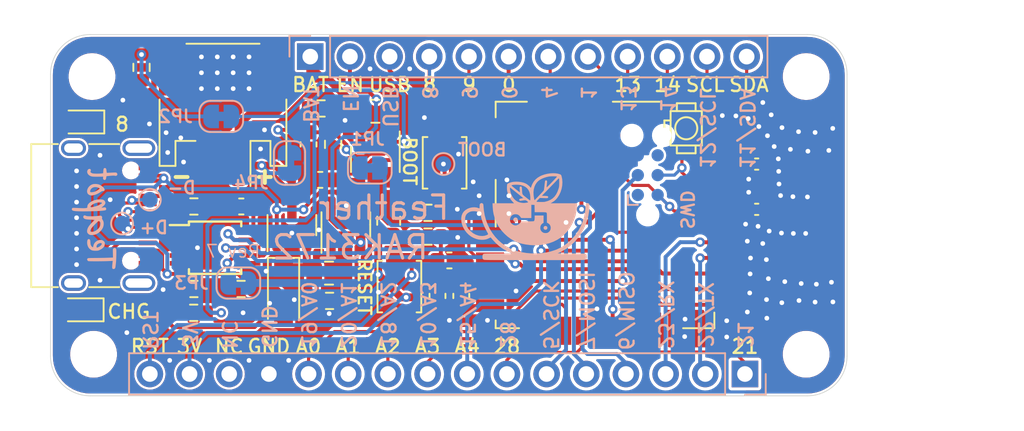
<source format=kicad_pcb>
(kicad_pcb (version 20211014) (generator pcbnew)
  (title_block (title "Feather RAK3172") (date "2023-02-10") (rev "7") (company "Teapot Laboratories"))
  (layers (0 "F.Cu" signal) (31 "B.Cu" signal) (34 "B.Paste" user) (35 "F.Paste" user) (36 "B.SilkS" user "B.Silkscreen") (37 "F.SilkS" user "F.Silkscreen") (38 "B.Mask" user) (39 "F.Mask" user) (44 "Edge.Cuts" user))
  (net 0 "")
  (net 1 "GND")
  (net 2 "+3.3V")
  (net 3 "/RF")
  (net 4 "/MISO")
  (net 5 "/MOSI")
  (net 6 "/SCK")
  (net 7 "/A4")
  (net 8 "/A3")
  (net 9 "/A2")
  (net 10 "/A1")
  (net 11 "/A0")
  (net 12 "VBUS")
  (net 13 "/RST")
  (net 14 "+BATT")
  (net 15 "/EN")
  (net 16 "Net-(C9-Pad2)")
  (net 17 "Net-(C11-Pad1)")
  (net 18 "Net-(D1-Pad1)")
  (net 19 "Net-(D2-Pad1)")
  (net 20 "/TXD")
  (net 21 "/RXD")
  (net 22 "/SCL")
  (net 23 "/SDA")
  (net 25 "Net-(J3-PadA5)")
  (net 26 "/D+")
  (net 27 "/D-")
  (net 29 "Net-(J3-PadB5)")
  (net 33 "Net-(R5-Pad1)")
  (net 34 "Net-(R6-Pad1)")
  (net 35 "/BOOT0")
  (net 36 "/RXD2")
  (net 37 "/TXD2")
  (net 42 "/PA14")
  (net 43 "/PA13")
  (net 44 "/PA8")
  (net 45 "/PB12")
  (net 46 "/PB5")
  (net 47 "/PA1")
  (net 48 "/PA4")
  (net 49 "/PA0")
  (net 50 "/PA9")
  (net 51 "/CH340_PWR")
  (net 52 "Net-(JP2-Pad1)")
  (net 53 "Net-(JP4-Pad1)")
  (net 55 "Net-(C5-Pad2)")
  (footprint "Inductor_SMD:L_0402_1005Metric" (layer "F.Cu") (at 162.4946 100.5098 -90)
    (fp_text reference "L1")
    (fp_text value "? H")
  )
  (footprint "Capacitor_SMD:C_0402_1005Metric" (layer "F.Cu") (at 162.04 101.96)
    (fp_text reference "C5")
    (fp_text value "? F")
  )
  (footprint "Resistor_SMD:R_0603_1608Metric" (layer "F.Cu") (at 129.032 107.061 180)
    (fp_text reference "R7")
    (fp_text value "10K")
  )
  (footprint "Button_Switch_SMD:SW_SPST_B3U-1000P" (layer "F.Cu") (at 139.1666 106.9068 90)
    (fp_text reference "SW1")
    (fp_text value "RESET")
  )
  (footprint "Capacitor_SMD:C_0603_1608Metric" (layer "F.Cu") (at 133.35 97.803 -90)
    (fp_text reference "C11")
    (fp_text value "100nF")
  )
  (footprint "Teapot:USB_C_Receptacle_XKB_U262-16XN-4BVC11" (layer "F.Cu") (at 119.38 102.362 -90)
    (fp_text reference "J3")
    (fp_text value "USB_C_Receptacle_USB2.0")
  )
  (footprint "Capacitor_SMD:C_0603_1608Metric" (layer "F.Cu") (at 134.099 100.076 180)
    (fp_text reference "C6")
    (fp_text value "10uF")
  )
  (footprint "Resistor_SMD:R_0603_1608Metric" (layer "F.Cu") (at 126.0094 101.7778)
    (fp_text reference "R3")
    (fp_text value "5.1K")
  )
  (footprint "Package_TO_SOT_SMD:SOT-23" (layer "F.Cu") (at 132.2832 102.9716 90)
    (fp_text reference "Q1")
    (fp_text value "DMG341")
  )
  (footprint "LED_SMD:LED_0603_1608Metric" (layer "F.Cu") (at 118.745 108.3945 180)
    (fp_text reference "D2")
    (fp_text value "ORANGE")
  )
  (footprint "Teapot:JST_PH_S2B-PH-SM4-TB_1x02-1MP_P2.00mm_Horizontal" (layer "F.Cu") (at 127.8709 95.8699 180)
    (fp_text reference "J6")
    (fp_text value "JST-2PH")
  )
  (footprint "Capacitor_SMD:C_0603_1608Metric" (layer "F.Cu") (at 129.0444 101.7778 180)
    (fp_text reference "C7")
    (fp_text value "100nF")
  )
  (footprint "Teapot:RAK3172" (layer "F.Cu") (at 144.8296 94.5716 -90)
    (fp_text reference "U1")
    (fp_text value "RAK3172")
  )
  (footprint "Package_TO_SOT_SMD:SOT-23-5" (layer "F.Cu") (at 137.6274 98.7751 -90)
    (fp_text reference "U3")
    (fp_text value "MCP73831T-2ACI/OT")
  )
  (footprint "Capacitor_SMD:C_0805_2012Metric" (layer "F.Cu") (at 134.6606 106.045 180)
    (fp_text reference "C9")
    (fp_text value "10uF")
  )
  (footprint "Capacitor_SMD:C_0603_1608Metric" (layer "F.Cu") (at 142.367 105.2322 180)
    (fp_text reference "C4")
    (fp_text value "100nF")
  )
  (footprint "Button_Switch_SMD:SW_SPST_B3U-1000P" (layer "F.Cu") (at 142.0622 98.9838 90)
    (fp_text reference "SW2")
    (fp_text value "BOOT")
  )
  (footprint "Capacitor_SMD:C_0603_1608Metric" (layer "F.Cu") (at 143.129 107.5058 -90)
    (fp_text reference "C1")
    (fp_text value "100nF")
  )
  (footprint "Teapot:SMA_HJTech_023" (layer "F.Cu") (at 168.9735 102.362 180)
    (fp_text reference "J4")
    (fp_text value "915MHz SMA")
  )
  (footprint "Capacitor_SMD:C_0402_1005Metric" (layer "F.Cu") (at 162.04 99.0644)
    (fp_text reference "C2")
    (fp_text value "? F")
  )
  (footprint "Resistor_SMD:R_0603_1608Metric" (layer "F.Cu") (at 122.6566 92.8756 -90)
    (fp_text reference "R2")
    (fp_text value "1K")
  )
  (footprint "Capacitor_SMD:C_0805_2012Metric" (layer "F.Cu") (at 137.6274 95.6818 180)
    (fp_text reference "C8")
    (fp_text value "10uF")
  )
  (footprint "Resistor_SMD:R_0603_1608Metric" (layer "F.Cu") (at 134.1506 95.504)
    (fp_text reference "R9")
    (fp_text value "4.7M")
  )
  (footprint "Package_TO_SOT_SMD:SOT-23-5" (layer "F.Cu") (at 135.7376 102.9462 90)
    (fp_text reference "U4")
    (fp_text value "AP2112K-3.3")
  )
  (footprint "MountingHole:MountingHole_2.5mm" (layer "F.Cu") (at 165.207849 93.460349)
    (fp_text reference "H2")
    (fp_text value "MountingHole")
  )
  (footprint "Resistor_SMD:R_0603_1608Metric" (layer "F.Cu") (at 140.9954 102.1842)
    (fp_text reference "R5")
    (fp_text value "5.1K")
  )
  (footprint "MountingHole:MountingHole_2.5mm" (layer "F.Cu") (at 165.207849 111.240349)
    (fp_text reference "H4")
    (fp_text value "MountingHole")
  )
  (footprint "Diode_SMD:D_SOD-123" (layer "F.Cu") (at 131.7498 107.315 -90)
    (fp_text reference "D3")
    (fp_text value "B5819W")
  )
  (footprint "Resistor_SMD:R_0603_1608Metric" (layer "F.Cu") (at 125.9972 108.585 180)
    (fp_text reference "R6")
    (fp_text value "1K")
  )
  (footprint "Capacitor_SMD:C_0603_1608Metric" (layer "F.Cu") (at 141.605 107.5058 -90)
    (fp_text reference "C3")
    (fp_text value "10uF")
  )
  (footprint "Capacitor_SMD:C_0805_2012Metric" (layer "F.Cu") (at 138.4808 102.6922 -90)
    (fp_text reference "C10")
    (fp_text value "10uF")
  )
  (footprint "MountingHole:MountingHole_2.5mm" (layer "F.Cu") (at 119.587849 111.240349)
    (fp_text reference "H3")
    (fp_text value "MountingHole")
  )
  (footprint "Package_SO:MSOP-10_3x3mm_P0.5mm" (layer "F.Cu") (at 127.368 104.4194)
    (fp_text reference "U2")
    (fp_text value "CH340E")
  )
  (footprint "Resistor_SMD:R_0603_1608Metric" (layer "F.Cu") (at 140.9954 103.7082)
    (fp_text reference "R1")
    (fp_text value "1K")
  )
  (footprint "MountingHole:MountingHole_2.5mm" (layer "F.Cu") (at 119.487849 93.460349)
    (fp_text reference "H1")
    (fp_text value "MountingHole")
  )
  (footprint "Resistor_SMD:R_0603_1608Metric" (layer "F.Cu") (at 134.6962 107.823 180)
    (fp_text reference "R8")
    (fp_text value "10K")
  )
  (footprint "Resistor_SMD:R_0603_1608Metric" (layer "F.Cu") (at 126.0094 107.061)
    (fp_text reference "R4")
    (fp_text value "5.1K")
  )
  (footprint "LED_SMD:LED_0603_1608Metric" (layer "F.Cu") (at 118.7865 96.3695 180)
    (fp_text reference "D1")
    (fp_text value "BLUE")
  )
  (footprint "Resistor_SMD:R_0603_1608Metric" (layer "F.Cu") (at 134.9248 97.8022 -90)
    (fp_text reference "R10")
    (fp_text value "10M")
  )
  (footprint "Connector_PinHeader_2.54mm:PinHeader_1x12_P2.54mm_Vertical" (layer "B.Cu") (at 133.458949 92.183949 -90)
    (fp_text reference "J2")
    (fp_text value "Pin Header")
  )
  (footprint "Jumper:SolderJumper-2_P1.3mm_Bridged_RoundedPad1.0x1.5mm" (layer "B.Cu") (at 128.8542 106.68)
    (fp_text reference "JP3")
    (fp_text value "ENCH340")
  )
  (footprint "Teapot:TeapotLogo" (layer "B.Cu") (at 147.701 102.362 180)
    (fp_text reference "G***")
    (fp_text value "LOGO" hide)
  )
  (footprint "TestPoint:TestPoint_Pad_D1.0mm" (layer "B.Cu") (at 141.986 99.06 90)
    (fp_text reference "TP1")
    (fp_text value "BOOT")
  )
  (footprint "TestPoint:TestPoint_Pad_D1.0mm" (layer "B.Cu") (at 123.19 101.346 180)
    (fp_text reference "TP3")
    (fp_text value "D-")
  )
  (footprint "Jumper:SolderJumper-2_P1.3mm_Bridged_RoundedPad1.0x1.5mm" (layer "B.Cu") (at 137.272 99.314)
    (fp_text reference "JP1")
    (fp_text value "ENBATTMON")
  )
  (footprint "Jumper:SolderJumper-2_P1.3mm_Bridged_RoundedPad1.0x1.5mm" (layer "B.Cu") (at 127.762 96.012)
    (fp_text reference "JP2")
    (fp_text value "ENLED")
  )
  (footprint "Jumper:SolderJumper-2_P1.3mm_Bridged_RoundedPad1.0x1.5mm" (layer "B.Cu") (at 132.1308 98.9942 -90)
    (fp_text reference "JP4")
    (fp_text value "ENBATTMON")
  )
  (footprint "Connector_PinHeader_2.54mm:PinHeader_1x16_P2.54mm_Vertical" (layer "B.Cu") (at 161.29 112.503949 90)
    (fp_text reference "J1")
    (fp_text value "Pin Header")
  )
  (footprint "Teapot:TextLogo_Teapot" (layer "B.Cu") (at 119.634 102.362 90)
    (fp_text reference "G***")
    (fp_text value "LOGO" hide)
  )
  (footprint "TestPoint:TestPoint_Pad_D1.0mm" (layer "B.Cu") (at 121.412 102.87 180)
    (fp_text reference "TP2")
    (fp_text value "D+")
  )
  (footprint "Connector:Tag-Connect_TC2030-IDC-NL_2x03_P1.27mm_Vertical" (layer "B.Cu") (at 155.067 99.7712 90)
    (fp_text reference "J5")
    (fp_text value "SWD")
  )
  (gr_arc (start 165.285149 90.772251) (mid 167.081151 91.51622) (end 167.825149 93.312251) (layer "Edge.Cuts") (width 0.05))
  (gr_line (start 119.372651 90.772251) (end 165.285149 90.772251) (layer "Edge.Cuts") (width 0.05))
  (gr_line (start 116.832651 111.360949) (end 116.832651 93.312251) (layer "Edge.Cuts") (width 0.05))
  (gr_line (start 167.825149 93.312251) (end 167.825149 111.360949) (layer "Edge.Cuts") (width 0.05))
  (gr_arc (start 116.832651 93.312251) (mid 117.576585 91.516185) (end 119.372651 90.772251) (layer "Edge.Cuts") (width 0.05))
  (gr_arc (start 167.825149 111.360949) (mid 167.081186 113.156986) (end 165.285149 113.900949) (layer "Edge.Cuts") (width 0.05))
  (gr_arc (start 119.372651 113.900949) (mid 117.576551 113.157021) (end 116.832651 111.360949) (layer "Edge.Cuts") (width 0.05))
  (gr_line (start 165.285149 113.900949) (end 119.372651 113.900949) (layer "Edge.Cuts") (width 0.05))
  (gr_text "RAK3172" (at 136.017 104.394) (layer "B.SilkS") (effects (font (size 1.5 1.5) (thickness 0.2)) (justify mirror)))
  (gr_text "14" (at 156.337 94.869 -90) (layer "B.SilkS") (effects (font (size 0.89408 0.89408)) (justify mirror)))
  (gr_text "NC" (at 128.27 109.982 270) (layer "B.SilkS") (effects (font (size 0.89408 0.89408)) (justify mirror)))
  (gr_text "11/SDA" (at 161.417 96.774 -90) (layer "B.SilkS") (effects (font (size 0.89408 0.89408)) (justify mirror)))
  (gr_text "0" (at 146.177 94.488 -90) (layer "B.SilkS") (effects (font (size 0.89408 0.89408)) (justify mirror)))
  (gr_text "SWD" (at 157.5816 101.981 270) (layer "B.SilkS") (effects (font (size 0.8 0.8)) (justify mirror)))
  (gr_text "EN" (at 136.017 94.869 270) (layer "B.SilkS") (effects (font (size 0.89408 0.89408)) (justify mirror)))
  (gr_text "12/SCL" (at 158.877 96.774 -90) (layer "B.SilkS") (effects (font (size 0.89408 0.89408)) (justify mirror)))
  (gr_text "1" (at 151.257 94.488 270) (layer "B.SilkS") (effects (font (size 0.89408 0.89408)) (justify mirror)))
  (gr_text "GND" (at 130.81 109.474 270) (layer "B.SilkS") (effects (font (size 0.89408 0.89408)) (justify mirror)))
  (gr_text "5/SCK" (at 148.844 108.712 270) (layer "B.SilkS") (effects (font (size 0.89408 0.89408)) (justify mirror)))
  (gr_text "15/A4" (at 143.51 108.712 270) (layer "B.SilkS") (effects (font (size 0.89408 0.89408)) (justify mirror)))
  (gr_text "3V" (at 125.73 109.982 270) (layer "B.SilkS") (effects (font (size 0.89408 0.89408)) (justify mirror)))
  (gr_text "7/MOSI" (at 151.13 108.458 270) (layer "B.SilkS") (effects (font (size 0.89408 0.89408)) (justify mirror)))
  (gr_text "28" (at 146.0796 109.982 270) (layer "B.SilkS") (effects (font (size 0.89408 0.89408)) (justify mirror)))
  (gr_text "6/MISO" (at 153.67 108.458 270) (layer "B.SilkS") (effects (font (size 0.89408 0.89408)) (justify mirror)))
  (gr_text "Feather" (at 138.176 101.854) (layer "B.SilkS") (effects (font (size 1.5 1.5) (thickness 0.2)) (justify mirror)))
  (gr_text "BAT" (at 133.477 95.25 270) (layer "B.SilkS") (effects (font (size 0.89408 0.89408)) (justify mirror)))
  (gr_text "Rev 7" (at 128.524 104.648) (layer "B.SilkS") (effects (font (size 0.8 0.8) (thickness 0.1)) (justify mirror)))
  (gr_text "20/A1" (at 135.89 108.712 270) (layer "B.SilkS") (effects (font (size 0.89408 0.89408)) (justify mirror)))
  (gr_text "13" (at 153.797 94.869 270) (layer "B.SilkS") (effects (font (size 0.89408 0.89408)) (justify mirror)))
  (gr_text "19/A0" (at 133.35 108.712 270) (layer "B.SilkS") (effects (font (size 0.89408 0.89408)) (justify mirror)))
  (gr_text "22/TX" (at 158.75 108.712 270) (layer "B.SilkS") (effects (font (size 0.89408 0.89408)) (justify mirror)))
  (gr_text "USB" (at 138.557 95.377 270) (layer "B.SilkS") (effects (font (size 0.89408 0.89408)) (justify mirror)))
  (gr_text "8" (at 141.097 94.488 270) (layer "B.SilkS") (effects (font (size 0.89408 0.89408)) (justify mirror)))
  (gr_text "18/A2" (at 138.43 108.712 270) (layer "B.SilkS") (effects (font (size 0.89408 0.89408)) (justify mirror)))
  (gr_text "9" (at 143.637 94.488 -90) (layer "B.SilkS") (effects (font (size 0.89408 0.89408)) (justify mirror)))
  (gr_text "RST" (at 123.19 109.728 270) (layer "B.SilkS") (effects (font (size 0.89408 0.89408)) (justify mirror)))
  (gr_text "23/RX" (at 156.21 108.712 270) (layer "B.SilkS") (effects (font (size 0.89408 0.89408)) (justify mirror)))
  (gr_text "4" (at 148.717 94.488 270) (layer "B.SilkS") (effects (font (size 0.89408 0.89408)) (justify mirror)))
  (gr_text "21" (at 161.29 109.982 -90) (layer "B.SilkS") (effects (font (size 0.89408 0.89408)) (justify mirror)))
  (gr_text "10/A3" (at 140.97 108.712 270) (layer "B.SilkS") (effects (font (size 0.89408 0.89408)) (justify mirror)))
  (gr_text "8" (at 141.097 93.98) (layer "F.SilkS") (effects (font (size 0.89408 0.89408))))
  (gr_text "0" (at 146.177 93.98) (layer "F.SilkS") (effects (font (size 0.89408 0.89408))))
  (gr_text "A0" (at 133.35 110.744) (layer "F.SilkS") (effects (font (size 0.89408 0.89408))))
  (gr_text "BAT" (at 133.477 93.98) (layer "F.SilkS") (effects (font (size 0.89408 0.89408))))
  (gr_text "9" (at 143.637 93.98) (layer "F.SilkS") (effects (font (size 0.89408 0.89408))))
  (gr_text "28" (at 146.05 110.744) (layer "F.SilkS") (effects (font (size 0.89408 0.89408))))
  (gr_text "SCL" (at 158.75 93.98) (layer "F.SilkS") (effects (font (size 0.89408 0.89408))))
  (gr_text "NC" (at 128.27 110.744) (layer "F.SilkS") (effects (font (size 0.89408 0.89408))))
  (gr_text "RESET" (at 136.9314 106.934 270) (layer "F.SilkS") (effects (font (size 0.8 0.8))))
  (gr_text "EN" (at 136.017 93.98) (layer "F.SilkS") (effects (font (size 0.89408 0.89408))))
  (gr_text "21" (at 161.29 110.744) (layer "F.SilkS") (effects (font (size 0.89408 0.89408))))
  (gr_text "-" (at 125.222 99.822) (layer "F.SilkS") (effects (font (size 1 1) (thickness 0.25))))
  (gr_text "SDA" (at 161.544 93.98) (layer "F.SilkS") (effects (font (size 0.89408 0.89408))))
  (gr_text "8" (at 121.412 96.52) (layer "F.SilkS") (effects (font (size 0.89408 0.89408))))
  (gr_text "13" (at 153.797 93.98) (layer "F.SilkS") (effects (font (size 0.89408 0.89408))))
  (gr_text "A3" (at 140.97 110.744) (layer "F.SilkS") (effects (font (size 0.89408 0.89408))))
  (gr_text "GND" (at 130.81 110.744) (layer "F.SilkS") (effects (font (size 0.89408 0.89408))))
  (gr_text "3V" (at 125.73 110.744) (layer "F.SilkS") (effects (font (size 0.89408 0.89408))))
  (gr_text "A1" (at 135.89 110.744) (layer "F.SilkS") (effects (font (size 0.89408 0.89408))))
  (gr_text "USB" (at 138.557 93.98) (layer "F.SilkS") (effects (font (size 0.89408 0.89408))))
  (gr_text "A4" (at 143.51 110.744) (layer "F.SilkS") (effects (font (size 0.89408 0.89408))))
  (gr_text "A2" (at 138.43 110.744) (layer "F.SilkS") (effects (font (size 0.89408 0.89408))))
  (gr_text "BOOT" (at 139.827 98.8822 270) (layer "F.SilkS") (effects (font (size 0.8 0.8))))
  (gr_text "CHG" (at 121.8438 108.5088) (layer "F.SilkS") (effects (font (size 0.89408 0.89408))))
  (gr_text "RST" (at 123.19 110.744) (layer "F.SilkS") (effects (font (size 0.89408 0.89408))))
  (gr_text "+" (at 130.556 99.822) (layer "F.SilkS") (effects (font (size 1 1) (thickness 0.25))))
  (gr_text "14" (at 156.337 93.98) (layer "F.SilkS") (effects (font (size 0.89408 0.89408))))
  (segment (start 151.8196 109.7366) (end 151.8196 108.3348) (width 0.5) (layer "F.Cu") (net 1))
  (segment (start 151.8196 108.3348) (end 151.8158 108.331) (width 0.5) (layer "F.Cu") (net 1))
  (via (at 160.1216 110.1344) (size 0.6) (drill 0.3) (layers "F.Cu" "B.Cu") (net 1))
  (via (at 130.5306 96.8756) (size 0.6) (drill 0.3) (layers "F.Cu" "B.Cu") (net 1))
  (via (at 124.2314 97.0534) (size 0.6) (drill 0.3) (layers "F.Cu" "B.Cu") (net 1))
  (via (at 129.54 94.234) (size 0.6) (drill 0.3) (layers "F.Cu" "B.Cu") (net 1))
  (via (at 121.4628 94.9706) (size 0.6) (drill 0.3) (layers "F.Cu" "B.Cu") (net 1))
  (via (at 127.508 94.234) (size 0.6) (drill 0.3) (layers "F.Cu" "B.Cu") (net 1))
  (via (at 130.2766 98.0948) (size 0.6) (drill 0.3) (layers "F.Cu" "B.Cu") (net 1))
  (via (at 165.78 107.9) (size 0.6) (drill 0.3) (layers "F.Cu" "B.Cu") (net 1))
  (via (at 125.349 98.933) (size 0.6) (drill 0.3) (layers "F.Cu" "B.Cu") (net 1))
  (via (at 163.45 99.53) (size 0.6) (drill 0.3) (layers "F.Cu" "B.Cu") (net 1))
  (via (at 129.159 108.585) (size 0.6) (drill 0.3) (layers "F.Cu" "B.Cu") (net 1))
  (via (at 130.8608 107.9754) (size 0.6) (drill 0.3) (layers "F.Cu" "B.Cu") (net 1))
  (via (at 146.177 102.235) (size 0.6) (drill 0.3) (layers "F.Cu" "B.Cu") (net 1))
  (via (at 142.367 109.0676) (size 0.6) (drill 0.3) (layers "F.Cu" "B.Cu") (net 1))
  (via (at 124.04 107.1) (size 0.6) (drill 0.3) (layers "F.Cu" "B.Cu") (net 1))
  (via (at 164.72 96.99) (size 0.6) (drill 0.3) (layers "F.Cu" "B.Cu") (net 1))
  (via (at 128.524 94.234) (size 0.6) (drill 0.3) (layers "F.Cu" "B.Cu") (net 1))
  (via (at 165.29 101.1682) (size 0.6) (drill 0.3) (layers "F.Cu" "B.Cu") (net 1))
  (via (at 120 98.5) (size 0.6) (drill 0.3) (layers "F.Cu" "B.Cu") (net 1))
  (via (at 123.1646 96.4946) (size 0.6) (drill 0.3) (layers "F.Cu" "B.Cu") (net 1))
  (via (at 132.2832 103.4796) (size 0.6) (drill 0.3) (layers "F.Cu" "B.Cu") (net 1))
  (via (at 163.65 107.94) (size 0.6) (drill 0.3) (layers "F.Cu" "B.Cu") (net 1))
  (via (at 151.8158 108.331) (size 0.6) (drill 0.3) (layers "F.Cu" "B.Cu") (net 1))
  (via (at 160.1216 109.093) (size 0.6) (drill 0.3) (layers "F.Cu" "B.Cu") (net 1))
  (via (at 125.1712 97.3836) (size 0.6) (drill 0.3) (layers "F.Cu" "B.Cu") (net 1))
  (via (at 118.5 100.5) (size 0.6) (drill 0.3) (layers "F.Cu" "B.Cu") (net 1))
  (via (at 163.16 97.94) (size 0.6) (drill 0.3) (layers "F.Cu" "B.Cu") (net 1))
  (via (at 143.891 100.203) (size 0.6) (drill 0.3) (layers "F.Cu" "B.Cu") (net 1))
  (via (at 144.272 102.235) (size 0.6) (drill 0.3) (layers "F.Cu" "B.Cu") (net 1))
  (via (at 163.6268 103.4796) (size 0.6) (drill 0.3) (layers "F.Cu" "B.Cu") (net 1))
  (via (at 128.524 92.202) (size 0.6) (drill 0.3) (layers "F.Cu" "B.Cu") (net 1))
  (via (at 132.4356 107.7468) (size 0.6) (drill 0.3) (layers "F.Cu" "B.Cu") (net 1))
  (via (at 166.91 96.78) (size 0.6) (drill 0.3) (layers "F.Cu" "B.Cu") (net 1))
  (via (at 126.492 93.218) (size 0.6) (drill 0.3) (layers "F.Cu" "B.Cu") (net 1))
  (via (at 120 106.5) (size 0.6) (drill 0.3) (layers "F.Cu" "B.Cu") (net 1))
  (via (at 162.97 95.91) (size 0.6) (drill 0.3) (layers "F.Cu" "B.Cu") (net 1))
  (via (at 127 111.633) (size 0.6) (drill 0.3) (layers "F.Cu" "B.Cu") (net 1))
  (via (at 129.54 111.633) (size 0.6) (drill 0.3) (layers "F.Cu" "B.Cu") (net 1))
  (via (at 164.36 101.15) (size 0.6) (drill 0.3) (layers "F.Cu" "B.Cu") (net 1))
  (via (at 128.524 93.218) (size 0.6) (drill 0.3) (layers "F.Cu" "B.Cu") (net 1))
  (via (at 163.84 106.59) (size 0.6) (drill 0.3) (layers "F.Cu" "B.Cu") (net 1))
  (via (at 164.75 107.8) (size 0.6) (drill 0.3) (layers "F.Cu" "B.Cu") (net 1))
  (via (at 129.54 92.202) (size 0.6) (drill 0.3) (layers "F.Cu" "B.Cu") (net 1))
  (via (at 162.6616 105.1814) (size 0.6) (drill 0.3) (layers "F.Cu" "B.Cu") (net 1))
  (via (at 166.92 107.89) (size 0.6) (drill 0.3) (layers "F.Cu" "B.Cu") (net 1))
  (via (at 157.4546 108.9914) (size 0.6) (drill 0.3) (layers "F.Cu" "B.Cu") (net 1))
  (via (at 135.763 101.727) (size 0.6) (drill 0.3) (layers "F.Cu" "B.Cu") (net 1))
  (via (at 124.333 98.3234) (size 0.6) (drill 0.3) (layers "F.Cu" "B.Cu") (net 1))
  (via (at 163.47 100.34) (size 0.6) (drill 0.3) (layers "F.Cu" "B.Cu") (net 1))
  (via (at 160.71 95.98) (size 0.6) (drill 0.3) (layers "F.Cu" "B.Cu") (net 1))
  (via (at 163.4236 98.7298) (size 0.6) (drill 0.3) (layers "F.Cu" "B.Cu") (net 1))
  (via (at 134.0104 103.2764) (size 0.6) (drill 0.3) (layers "F.Cu" "B.Cu") (net 1))
  (via (at 137.287 92.964) (size 0.6) (drill 0.3) (layers "F.Cu" "B.Cu") (net 1))
  (via (at 135.6868 96.266) (size 0.6) (drill 0.3) (layers "F.Cu" "B.Cu") (net 1))
  (via (at 163.66 96.73) (size 0.6) (drill 0.3) (layers "F.Cu" "B.Cu") (net 1))
  (via (at 118.5 104.5) (size 0.6) (drill 0.3) (layers "F.Cu" "B.Cu") (net 1))
  (via (at 164.89 106.71) (size 0.6) (drill 0.3) (layers "F.Cu" "B.Cu") (net 1))
  (via (at 161.5948 107.315) (size 0.6) (drill 0.3) (layers "F.Cu" "B.Cu") (net 1))
  (via (at 162.73 97.25) (size 0.6) (drill 0.3) (layers "F.Cu" "B.Cu") (net 1))
  (via (at 126.492 94.234) (size 0.6) (drill 0.3) (layers "F.Cu" "B.Cu") (net 1))
  (via (at 120.65 101.346) (size 0.6) (drill 0.3) (layers "F.Cu" "B.Cu") (net 1))
  (via (at 121.7168 109.855) (size 0.6) (drill 0.3) (layers "F.Cu" "B.Cu") (net 1))
  (via (at 161.6202 106.0958) (size 0.6) (drill 0.3) (layers "F.Cu" "B.Cu") (net 1))
  (via (at 126.492 92.202) (size 0.6) (drill 0.3) (layers "F.Cu" "B.Cu") (net 1))
  (via (at 163.57 101.08) (size 0.6) (drill 0.3) (layers "F.Cu" "B.Cu") (net 1))
  (via (at 162.69 108.93) (size 0.6) (drill 0.3) (layers "F.Cu" "B.Cu") (net 1))
  (via (at 161.5294 100.8678) (size 0.6) (drill 0.3) (layers "F.Cu" "B.Cu") (net 1))
  (via (at 146.6342 107.188) (size 0.6) (drill 0.3) (layers "F.Cu" "B.Cu") (net 1))
  (via (at 137.8204 107.2642) (size 0.6) (drill 0.3) (layers "F.Cu" "B.Cu") (net 1))
  (via (at 162.67 107.74) (size 0.6) (drill 0.3) (layers "F.Cu" "B.Cu") (net 1))
  (via (at 126.238 104.4194) (size 0.6) (drill 0.3) (layers "F.Cu" "B.Cu") (net 1))
  (via (at 164.3888 103.505) (size 0.6) (drill 0.3) (layers "F.Cu" "B.Cu") (net 1))
  (via (at 164.2 98.12) (size 0.6) (drill 0.3) (layers "F.Cu" "B.Cu") (net 1))
  (via (at 118.5 103.5) (size 0.6) (drill 0.3) (layers "F.Cu" "B.Cu") (net 1))
  (via (at 161.4424 108.5342) (size 0.6) (drill 0.3) (layers "F.Cu" "B.Cu") (net 1))
  (via (at 124.46 111.633) (size 0.6) (drill 0.3) (layers "F.Cu" "B.Cu") (net 1))
  (via (at 142.875 101.9556) (size 0.6) (drill 0.3) (layers "F.Cu" "B.Cu") (net 1))
  (via (at 142.9512 98.425) (size 0.6) (drill 0.3) (layers "F.Cu" "B.Cu") (net 1))
  (via (at 118.5 102.5) (size 0.6) (drill 0.3) (layers "F.Cu" "B.Cu") (net 1))
  (via (at 134.6708 108.6358) (size 0.6) (drill 0.3) (layers "F.Cu" "B.Cu") (net 1))
  (via (at 129.54 93.218) (size 0.6) (drill 0.3) (layers "F.Cu" "B.Cu") (net 1))
  (via (at 118.5 99.5) (size 0.6) (drill 0.3) (layers "F.Cu" "B.Cu") (net 1))
  (via (at 165.1762 103.505) (size 0.6) (drill 0.3) (layers "F.Cu" "B.Cu") (net 1))
  (via (at 144.272 101.092) (size 0.6) (drill 0.3) (layers "F.Cu" "B.Cu") (net 1))
  (via (at 162.8394 103.3526) (size 0.6) (drill 0.3) (layers "F.Cu" "B.Cu") (net 1))
  (via (at 166.8272 106.6292) (size 0.6) (drill 0.3) (layers "F.Cu" "B.Cu") (net 1))
  (via (at 127.508 93.218) (size 0.6) (drill 0.3) (layers "F.Cu" "B.Cu") (net 1))
  (via (at 157.4292 110.109) (size 0.6) (drill 0.3) (layers "F.Cu" "B.Cu") (net 1))
  (via (at 139.827 92.964) (size 0.6) (drill 0.3) (layers "F.Cu" "B.Cu") (net 1))
  (via (at 165.862 106.7562) (size 0.6) (drill 0.3) (layers "F.Cu" "B.Cu") (net 1))
  (via (at 162.18 96.66) (size 0.6) (drill 0.3) (layers "F.Cu" "B.Cu") (net 1))
  (via (at 142.9004 103.759) (size 0.6) (drill 0.3) (layers "F.Cu" "B.Cu") (net 1))
  (via (at 161.5294 100.0296) (size 0.6) (drill 0.3) (layers "F.Cu" "B.Cu") (net 1))
  (via (at 161.33 102.91) (size 0.6) (drill 0.3) (layers "F.Cu" "B.Cu") (net 1))
  (via (at 161.6456 105.0798) (size 0.6) (drill 0.3) (layers "F.Cu" "B.Cu") (net 1))
  (via (at 118.5 105.5) (size 0.6) (drill 0.3) (layers "F.Cu" "B.Cu") (net 1))
  (via (at 161.5 96.15) (size 0.6) (drill 0.3) (layers "F.Cu" "B.Cu") (net 1))
  (via (at 132.08 111.633) (size 0.6) (drill 0.3) (layers "F.Cu" "B.Cu") (net 1))
  (via (at 159.84 95.96) (size 0.6) (drill 0.3) (layers "F.Cu" "B.Cu") (net 1))
  (via (at 130.6322 105.918) (size 0.6) (drill 0.3) (layers "F.Cu" "B.Cu") (net 1))
  (via (at 146.177 101.092) (size 0.6) (drill 0.3) (layers "F.Cu" "B.Cu") (net 1))
  (via (at 146.05 100.076) (size 0.6) (drill 0.3) (layers "F.Cu" "B.Cu") (net 1))
  (via (at 162.43 104.15) (size 0.6) (drill 0.3) (layers "F.Cu" "B.Cu") (net 1))
  (via (at 162.7886 106.4006) (size 0.6) (drill 0.3) (layers "F.Cu" "B.Cu") (net 1))
  (via (at 127.508 92.202) (size 0.6) (drill 0.3) (layers "F.Cu" "B.Cu") (net 1))
  (via (at 165.78 97.04) (size 0.6) (drill 0.3) (layers "F.Cu" "B.Cu") (net 1))
  (via (at 162.433 95.123) (size 0.6) (drill 0.3) (layers "F.Cu" "B.Cu") (net 1))
  (via (at 165.32 98.24) (size 0.6) (drill 0.3) (layers "F.Cu" "B.Cu") (net 1))
  (via (at 140.7668 96.0882) (size 0.6) (drill 0.3) (layers "F.Cu" "B.Cu") (net 1))
  (via (at 118.5 101.5) (size 0.6) (drill 0.3) (layers "F.Cu" "B.Cu") (net 1))
  (via (at 166.66 98.19) (size 0.6) (drill 0.3) (layers "F.Cu" "B.Cu") (net 1))
  (via (at 162.1282 103.0478) (size 0.6) (drill 0.3) (layers "F.Cu" "B.Cu") (net 1))
  (via (at 161.44 104) (size 0.6) (drill 0.3) (layers "F.Cu" "B.Cu") (net 1))
  (via (at 144.8054 109.0676) (size 0.6) (drill 0.3) (layers "F.Cu" "B.Cu") (net 1))
  (segment (start 143.129 108.2808) (end 144.7654 108.2808) (width 0.5) (layer "F.Cu") (net 2))
  (segment (start 137.8102 102.9716) (end 137.8102 106.1364) (width 0.5) (layer "F.Cu") (net 2))
  (segment (start 134.7876 102.4788) (end 135.2804 102.9716) (width 0.5) (layer "F.Cu") (net 2))
  (segment (start 139.5984 107.5944) (end 140.9186 107.5944) (width 0.5) (layer "F.Cu") (net 2))
  (segment (start 138.5468 103.7082) (end 138.4808 103.6422) (width 0.5) (layer "F.Cu") (net 2))
  (segment (start 135.2804 102.9716) (end 137.8102 102.9716) (width 0.5) (layer "F.Cu") (net 2))
  (segment (start 137.8102 106.1364) (end 139.2682 107.5944) (width 0.5) (layer "F.Cu") (net 2))
  (segment (start 141.605 108.2808) (end 143.129 108.2808) (width 0.5) (layer "F.Cu") (net 2))
  (segment (start 139.2682 107.5944) (end 139.5984 107.5944) (width 0.5) (layer "F.Cu") (net 2))
  (segment (start 137.8102 102.9716) (end 138.4808 103.6422) (width 0.5) (layer "F.Cu") (net 2))
  (segment (start 140.9186 107.5944) (end 141.605 108.2808) (width 0.5) (layer "F.Cu") (net 2))
  (segment (start 140.1704 103.7082) (end 138.5468 103.7082) (width 0.5) (layer "F.Cu") (net 2))
  (segment (start 144.7654 108.2808) (end 144.9746 108.0716) (width 0.5) (layer "F.Cu") (net 2))
  (segment (start 134.7876 101.8087) (end 134.7876 102.4788) (width 0.5) (layer "F.Cu") (net 2))
  (via (at 137.8102 106.1364) (size 0.6) (drill 0.3) (layers "F.Cu" "B.Cu") (net 2))
  (via (at 139.5984 107.5944) (size 0.6) (drill 0.3) (layers "F.Cu" "B.Cu") (net 2))
  (segment (start 129.5042 106.68) (end 137.2666 106.68) (width 0.5) (layer "B.Cu") (net 2))
  (segment (start 125.73 110.998) (end 125.73 112.503949) (width 0.25) (layer "B.Cu") (net 2))
  (segment (start 137.071686 109.874) (end 126.854 109.874) (width 0.25) (layer "B.Cu") (net 2))
  (segment (start 139.5984 107.5944) (end 139.351285 107.5944) (width 0.25) (layer "B.Cu") (net 2))
  (segment (start 137.2666 106.68) (end 137.8102 106.1364) (width 0.5) (layer "B.Cu") (net 2))
  (segment (start 139.351285 107.5944) (end 137.071686 109.874) (width 0.25) (layer "B.Cu") (net 2))
  (segment (start 126.854 109.874) (end 125.73 110.998) (width 0.25) (layer "B.Cu") (net 2))
  (segment (start 160.449111 97.0716) (end 159.7746 97.0716) (width 0.8) (layer "F.Cu") (net 3))
  (segment (start 162.52 99.382036) (end 162.52 100.0248) (width 0.8) (layer "F.Cu") (net 3))
  (segment (start 161.600573 97.548551) (end 161.823455 97.771433) (width 0.8) (layer "F.Cu") (net 3))
  (arc (start 161.600573 97.548551) (mid 161.072277 97.195555) (end 160.449111 97.0716) (width 0.8) (layer "F.Cu") (net 3))
  (arc (start 161.823455 97.771433) (mid 162.341408 98.546604) (end 162.523289 99.460981) (width 0.8) (layer "F.Cu") (net 3))
  (segment (start 150.8196 101.950048) (end 150.828831 101.959279) (width 0.25) (layer "F.Cu") (net 4))
  (segment (start 150.8196 94.9366) (end 150.8196 97.124187) (width 0.25) (layer "F.Cu") (net 4))
  (segment (start 150.8196 97.124187) (end 150.8196 101.950048) (width 0.25) (layer "F.Cu") (net 4))
  (via (at 150.828831 101.959279) (size 0.6) (drill 0.3) (layers "F.Cu" "B.Cu") (net 4))
  (segment (start 150.828831 101.959279) (end 151.159079 101.959279) (width 0.25) (layer "B.Cu") (net 4))
  (segment (start 153.0858 111.2266) (end 153.67 111.8108) (width 0.25) (layer "B.Cu") (net 4))
  (segment (start 151.159079 101.959279) (end 151.366614 102.166814) (width 0.25) (layer "B.Cu") (net 4))
  (segment (start 151.2062 111.2266) (end 153.0858 111.2266) (width 0.25) (layer "B.Cu") (net 4))
  (segment (start 151.366614 103.13779) (end 150.896667 103.607737) (width 0.25) (layer "B.Cu") (net 4))
  (segment (start 151.366614 102.166814) (end 151.366614 103.13779) (width 0.25) (layer "B.Cu") (net 4))
  (segment (start 150.896667 110.917067) (end 151.2062 111.2266) (width 0.25) (layer "B.Cu") (net 4))
  (segment (start 150.896667 103.607737) (end 150.896667 110.917067) (width 0.25) (layer "B.Cu") (net 4))
  (segment (start 153.67 111.8108) (end 153.67 112.503949) (width 0.25) (layer "B.Cu") (net 4))
  (segment (start 151.8196 101.8373) (end 151.8196 102.1804) (width 0.25) (layer "F.Cu") (net 5))
  (segment (start 151.8196 102.1804) (end 151.4856 102.5144) (width 0.25) (layer "F.Cu") (net 5))
  (segment (start 151.8196 94.9366) (end 151.8196 96.2876) (width 0.25) (layer "F.Cu") (net 5))
  (segment (start 151.1989 102.8011) (end 150.688103 102.8011) (width 0.25) (layer "F.Cu") (net 5))
  (segment (start 151.8196 96.2876) (end 151.8196 101.8373) (width 0.25) (layer "F.Cu") (net 5))
  (segment (start 151.4856 102.5144) (end 151.1989 102.8011) (width 0.25) (layer "F.Cu") (net 5))
  (via (at 150.688103 102.8011) (size 0.6) (drill 0.3) (layers "F.Cu" "B.Cu") (net 5))
  (segment (start 150.33812 103.4542) (end 150.33812 111.22212) (width 0.25) (layer "B.Cu") (net 5))
  (segment (start 150.33812 111.22212) (end 151.13 112.014) (width 0.25) (layer "B.Cu") (net 5))
  (segment (start 150.688103 103.104217) (end 150.33812 103.4542) (width 0.25) (layer "B.Cu") (net 5))
  (segment (start 151.13 112.014) (end 151.13 112.503949) (width 0.25) (layer "B.Cu") (net 5))
  (segment (start 150.688103 102.8011) (end 150.688103 103.104217) (width 0.25) (layer "B.Cu") (net 5))
  (segment (start 149.8196 102.7861) (end 149.8346 102.8011) (width 0.25) (layer "F.Cu") (net 6))
  (segment (start 149.8196 96.2764) (end 149.8196 102.7861) (width 0.25) (layer "F.Cu") (net 6))
  (segment (start 149.8196 94.9366) (end 149.8196 96.2764) (width 0.25) (layer "F.Cu") (net 6))
  (via (at 149.8346 102.8011) (size 0.6) (drill 0.3) (layers "F.Cu" "B.Cu") (net 6))
  (segment (start 148.59 112.197439) (end 148.59 112.503949) (width 0.25) (layer "B.Cu") (net 6))
  (segment (start 149.8346 102.8011) (end 149.8346 110.952839) (width 0.25) (layer "B.Cu") (net 6))
  (segment (start 149.8346 110.952839) (end 148.59 112.197439) (width 0.25) (layer "B.Cu") (net 6))
  (segment (start 154.54538 104.60898) (end 156.008 106.0716) (width 0.25) (layer "F.Cu") (net 7))
  (segment (start 156.008 106.0716) (end 159.7746 106.0716) (width 0.25) (layer "F.Cu") (net 7))
  (segment (start 148.2344 104.60898) (end 154.54538 104.60898) (width 0.25) (layer "F.Cu") (net 7))
  (via (at 148.2344 104.60898) (size 0.6) (drill 0.3) (layers "F.Cu" "B.Cu") (net 7))
  (segment (start 146.8882 108.0262) (end 144.3482 108.0262) (width 0.25) (layer "B.Cu") (net 7))
  (segment (start 138.6586 102.9716) (end 147.193 102.9716) (width 0.25) (layer "B.Cu") (net 7))
  (segment (start 148.2344 104.013) (end 148.2344 104.60898) (width 0.25) (layer "B.Cu") (net 7))
  (segment (start 137.922 99.314) (end 138.2268 99.6188) (width 0.25) (layer "B.Cu") (net 7))
  (segment (start 143.51 108.8644) (end 143.51 112.503949) (width 0.25) (layer "B.Cu") (net 7))
  (segment (start 148.2344 106.68) (end 146.8882 108.0262) (width 0.25) (layer "B.Cu") (net 7))
  (segment (start 148.2344 104.60898) (end 148.2344 106.68) (width 0.25) (layer "B.Cu") (net 7))
  (segment (start 138.2268 99.6188) (end 138.2268 102.5398) (width 0.25) (layer "B.Cu") (net 7))
  (segment (start 147.193 102.9716) (end 148.2344 104.013) (width 0.25) (layer "B.Cu") (net 7))
  (segment (start 138.2268 102.5398) (end 138.6586 102.9716) (width 0.25) (layer "B.Cu") (net 7))
  (segment (start 144.3482 108.0262) (end 143.51 108.8644) (width 0.25) (layer "B.Cu") (net 7))
  (segment (start 145.865826 111.1504) (end 146.290745 110.725481) (width 0.2) (layer "F.Cu") (net 8))
  (segment (start 140.97 111.7346) (end 141.5542 111.1504) (width 0.2) (layer "F.Cu") (net 8))
  (segment (start 148.354519 110.725481) (end 148.8196 110.2604) (width 0.2) (layer "F.Cu") (net 8))
  (segment (start 148.8196 110.2604) (end 148.8196 109.7366) (width 0.2) (layer "F.Cu") (net 8))
  (segment (start 140.97 112.503949) (end 140.97 111.7346) (width 0.2) (layer "F.Cu") (net 8))
  (segment (start 146.290745 110.725481) (end 148.354519 110.725481) (width 0.2) (layer "F.Cu") (net 8))
  (segment (start 141.5542 111.1504) (end 145.865826 111.1504) (width 0.2) (layer "F.Cu") (net 8))
  (segment (start 138.43 112.503949) (end 138.43 111.379) (width 0.2) (layer "F.Cu") (net 9))
  (segment (start 149.8196 108.2906) (end 149.8196 109.7366) (width 0.2) (layer "F.Cu") (net 9))
  (segment (start 148.330132 108.04472) (end 149.57372 108.04472) (width 0.2) (layer "F.Cu") (net 9))
  (segment (start 149.57372 108.04472) (end 149.8196 108.2906) (width 0.2) (layer "F.Cu") (net 9))
  (segment (start 145.677972 110.69688) (end 148.330132 108.04472) (width 0.2) (layer "F.Cu") (net 9))
  (segment (start 138.43 111.379) (end 139.11212 110.69688) (width 0.2) (layer "F.Cu") (net 9))
  (segment (start 139.11212 110.69688) (end 145.677972 110.69688) (width 0.2) (layer "F.Cu") (net 9))
  (segment (start 153.8282 107.6452) (end 148.088278 107.6452) (width 0.2) (layer "F.Cu") (net 10))
  (segment (start 135.89 111.4298) (end 135.89 112.503949) (width 0.2) (layer "F.Cu") (net 10))
  (segment (start 148.088278 107.6452) (end 145.490118 110.24336) (width 0.2) (layer "F.Cu") (net 10))
  (segment (start 145.490118 110.24336) (end 137.07644 110.24336) (width 0.2) (layer "F.Cu") (net 10))
  (segment (start 154.8196 109.7366) (end 154.8196 108.6366) (width 0.2) (layer "F.Cu") (net 10))
  (segment (start 137.07644 110.24336) (end 135.89 111.4298) (width 0.2) (layer "F.Cu") (net 10))
  (segment (start 154.8196 108.6366) (end 153.8282 107.6452) (width 0.2) (layer "F.Cu") (net 10))
  (segment (start 155.8196 108.6366) (end 154.37468 107.19168) (width 0.2) (layer "F.Cu") (net 11))
  (segment (start 133.35 111.4552) (end 133.35 112.503949) (width 0.2) (layer "F.Cu") (net 11))
  (segment (start 135.01536 109.78984) (end 133.35 111.4552) (width 0.2) (layer "F.Cu") (net 11))
  (segment (start 154.37468 107.19168) (end 147.900424 107.19168) (width 0.2) (layer "F.Cu") (net 11))
  (segment (start 155.8196 109.7366) (end 155.8196 108.6366) (width 0.2) (layer "F.Cu") (net 11))
  (segment (start 145.302264 109.78984) (end 135.01536 109.78984) (width 0.2) (layer "F.Cu") (net 11))
  (segment (start 147.900424 107.19168) (end 145.302264 109.78984) (width 0.2) (layer "F.Cu") (net 11))
  (segment (start 123.05 100.112) (end 123.9414 100.112) (width 0.25) (layer "F.Cu") (net 12))
  (segment (start 140.021 97.977) (end 139.192 98.806) (width 0.25) (layer "F.Cu") (net 12))
  (segment (start 124.6886 109.4994) (end 129.8956 109.4994) (width 0.25) (layer "F.Cu") (net 12))
  (segment (start 123.815 104.912) (end 123.9139 104.8131) (width 0.25) (layer "F.Cu") (net 12))
  (segment (start 123.05 104.612) (end 123.7128 104.612) (width 0.25) (layer "F.Cu") (net 12))
  (segment (start 138.538949 92.183949) (end 138.538949 93.072949) (width 0.25) (layer "F.Cu") (net 12))
  (segment (start 129.807 107.061) (end 131.3942 107.061) (width 0.25) (layer "F.Cu") (net 12))
  (segment (start 117.9575 108.3945) (end 117.9575 108.4833) (width 0.25) (layer "F.Cu") (net 12))
  (segment (start 123.9166 99.812) (end 124.079 99.9744) (width 0.25) (layer "F.Cu") (net 12))
  (segment (start 136.514 100.076) (end 136.6774 99.9126) (width 0.25) (layer "F.Cu") (net 12))
  (segment (start 140.021 94.555) (end 140.021 97.977) (width 0.25) (layer "F.Cu") (net 12))
  (segment (start 133.0327 101.9173) (end 134.874 100.076) (width 0.25) (layer "F.Cu") (net 12))
  (segment (start 136.6774 99.5426) (end 136.6774 99.9126) (width 0.25) (layer "F.Cu") (net 12))
  (segment (start 120.0022 109.22) (end 120.396 108.8262) (width 0.25) (layer "F.Cu") (net 12))
  (segment (start 120.396 108.8262) (end 124.0154 108.8262) (width 0.25) (layer "F.Cu") (net 12))
  (segment (start 131.7498 107.4166) (end 131.7498 108.965) (width 0.25) (layer "F.Cu") (net 12))
  (segment (start 133.0327 101.981) (end 133.0327 101.9173) (width 0.25) (layer "F.Cu") (net 12))
  (segment (start 123.05 104.912) (end 123.815 104.912) (width 0.25) (layer "F.Cu") (net 12))
  (segment (start 131.318 101.981) (end 131.318 103.8939) (width 0.25) (layer "F.Cu") (net 12))
  (segment (start 124.3076 106.0958) (end 128.8418 106.0958) (width 0.25) (layer "F.Cu") (net 12))
  (segment (start 123.9774 105.7656) (end 124.3076 106.0958) (width 0.25) (layer "F.Cu") (net 12))
  (segment (start 137.414 98.806) (end 136.6774 99.5426) (width 0.25) (layer "F.Cu") (net 12))
  (segment (start 118.6942 109.22) (end 120.0022 109.22) (width 0.25) (layer "F.Cu") (net 12))
  (segment (start 123.9774 104.8766) (end 123.9774 105.7656) (width 0.25) (layer "F.Cu") (net 12))
  (segment (start 123.7128 104.612) (end 123.9139 104.8131) (width 0.25) (layer "F.Cu") (net 12))
  (segment (start 124.0154 108.8262) (end 124.6886 109.4994) (width 0.25) (layer "F.Cu") (net 12))
  (segment (start 117.9575 108.4833) (end 118.6942 109.22) (width 0.25) (layer "F.Cu") (net 12))
  (segment (start 123.9414 100.112) (end 124.079 99.9744) (width 0.25) (layer "F.Cu") (net 12))
  (segment (start 131.3942 107.061) (end 131.7498 107.4166) (width 0.25) (layer "F.Cu") (net 12))
  (segment (start 129.8956 109.4994) (end 130.43 108.965) (width 0.25) (layer "F.Cu") (net 12))
  (segment (start 138.538949 93.072949) (end 140.021 94.555) (width 0.25) (layer "F.Cu") (net 12))
  (segment (start 139.192 98.806) (end 137.414 98.806) (width 0.25) (layer "F.Cu") (net 12))
  (segment (start 131.318 103.8939) (end 131.3332 103.9091) (width 0.25) (layer "F.Cu") (net 12))
  (segment (start 123.9139 104.8131) (end 123.9774 104.8766) (width 0.25) (layer "F.Cu") (net 12))
  (segment (start 128.8418 106.0958) (end 129.807 107.061) (width 0.25) (layer "F.Cu") (net 12))
  (segment (start 134.874 100.076) (end 136.514 100.076) (width 0.25) (layer "F.Cu") (net 12))
  (segment (start 130.43 108.965) (end 131.7498 108.965) (width 0.25) (layer "F.Cu") (net 12))
  (segment (start 123.05 99.812) (end 123.9166 99.812) (width 0.25) (layer "F.Cu") (net 12))
  (via (at 124.3076 106.0958) (size 0.6) (drill 0.3) (layers "F.Cu" "B.Cu") (net 12))
  (via (at 133.0327 101.981) (size 0.6) (drill 0.3) (layers "F.Cu" "B.Cu") (net 12))
  (via (at 124.079 99.9744) (size 0.6) (drill 0.3) (layers "F.Cu" "B.Cu") (net 12))
  (via (at 131.318 101.981) (size 0.6) (drill 0.3) (layers "F.Cu" "B.Cu") (net 12))
  (segment (start 119.7102 101.1682) (end 119.7102 103.378) (width 0.25) (layer "B.Cu") (net 12))
  (segment (start 131.318 101.981) (end 131.318 101.4222) (width 0.25) (layer "B.Cu") (net 12))
  (segment (start 120.3198 100.5586) (end 119.7102 101.1682) (width 0.25) (layer "B.Cu") (net 12))
  (segment (start 123.4948 100.5586) (end 120.3198 100.5586) (width 0.25) (layer "B.Cu") (net 12))
  (segment (start 123.5964 104.1146) (end 124.3076 104.8258) (width 0.25) (layer "B.Cu") (net 12))
  (segment (start 131.318 101.981) (end 133.0327 101.981) (width 0.25) (layer "B.Cu") (net 12))
  (segment (start 131.318 101.4222) (end 130.556 100.6602) (width 0.25) (layer "B.Cu") (net 12))
  (segment (start 119.7102 103.378) (end 120.4468 104.1146) (width 0.25) (layer "B.Cu") (net 12))
  (segment (start 124.7648 100.6602) (end 124.079 99.9744) (width 0.25) (layer "B.Cu") (net 12))
  (segment (start 124.3076 104.8258) (end 124.3076 106.0958) (width 0.25) (layer "B.Cu") (net 12))
  (segment (start 120.4468 104.1146) (end 123.5964 104.1146) (width 0.25) (layer "B.Cu") (net 12))
  (segment (start 124.079 99.9744) (end 123.4948 100.5586) (width 0.25) (layer "B.Cu") (net 12))
  (segment (start 130.556 100.6602) (end 124.7648 100.6602) (width 0.25) (layer "B.Cu") (net 12))
  (segment (start 144.9746 106.0716) (end 144.8852 105.9822) (width 0.25) (layer "F.Cu") (net 13))
  (segment (start 139.4968 105.2068) (end 139.1666 105.2068) (width 0.25) (layer "F.Cu") (net 13))
  (segment (start 139.954 106.172) (end 139.954 105.664) (width 0.25) (layer "F.Cu") (net 13))
  (segment (start 141.8204 105.0038) (end 141.592 105.2322) (width 0.25) (layer "F.Cu") (net 13))
  (segment (start 146.77636 106.0716) (end 147.25776 106.553) (width 0.25) (layer "F.Cu") (net 13))
  (segment (start 141.592 105.2322) (end 139.192 105.2322) (width 0.25) (layer "F.Cu") (net 13))
  (segment (start 139.192 105.2322) (end 139.1666 105.2068) (width 0.25) (layer "F.Cu") (net 13))
  (segment (start 144.8852 105.9822) (end 142.342 105.9822) (width 0.25) (layer "F.Cu") (net 13))
  (segment (start 139.954 105.664) (end 139.4968 105.2068) (width 0.25) (layer "F.Cu") (net 13))
  (segment (start 141.8204 103.7082) (end 141.8204 105.0038) (width 0.25) (layer "F.Cu") (net 13))
  (segment (start 147.25776 106.553) (end 153.4563 106.553) (width 0.25) (layer "F.Cu") (net 13))
  (segment (start 142.342 105.9822) (end 141.592 105.2322) (width 0.25) (layer "F.Cu") (net 13))
  (segment (start 144.9746 106.0716) (end 146.77636 106.0716) (width 0.25) (layer "F.Cu") (net 13))
  (via (at 139.954 106.172) (size 0.6) (drill 0.3) (layers "F.Cu" "B.Cu") (net 13))
  (via (at 153.4563 106.553) (size 0.6) (drill 0.3) (layers "F.Cu" "B.Cu") (net 13))
  (segment (start 153.4563 106.553) (end 153.4563 100.7469) (width 0.25) (layer "B.Cu") (net 13))
  (segment (start 124.94452 109.37048) (end 123.19 111.125) (width 0.25) (layer "B.Cu") (net 13))
  (segment (start 123.19 111.125) (end 123.19 112.503949) (width 0.25) (layer "B.Cu") (net 13))
  (segment (start 139.954 106.172) (end 136.75552 109.37048) (width 0.25) (layer "B.Cu") (net 13))
  (segment (start 136.75552 109.37048) (end 124.94452 109.37048) (width 0.25) (layer "B.Cu") (net 13))
  (segment (start 153.4563 100.7469) (end 154.432 99.7712) (width 0.25) (layer "B.Cu") (net 13))
  (segment (start 134.59601 93.60041) (end 134.24041 93.60041) (width 0.5) (layer "F.Cu") (net 14))
  (segment (start 131.2672 99.1616) (end 130.3528 99.1616) (width 0.5) (layer "F.Cu") (net 14))
  (segment (start 133.458949 92.183949) (end 133.458949 92.818949) (width 0.5) (layer "F.Cu") (net 14))
  (segment (start 129.3126 99.1616) (end 128.8709 98.7199) (width 0.25) (layer "F.Cu") (net 14))
  (segment (start 128.8709 96.5795) (end 128.8709 98.7199) (width 0.5) (layer "F.Cu") (net 14))
  (segment (start 136.6774 97.6376) (end 136.6774 95.6818) (width 0.5) (layer "F.Cu") (net 14))
  (segment (start 134.24041 93.60041) (end 133.458949 92.818949) (width 0.5) (layer "F.Cu") (net 14))
  (segment (start 133.458949 92.818949) (end 133.458949 93.60041) (width 0.5) (layer "F.Cu") (net 14))
  (segment (start 136.6774 95.6818) (end 134.59601 93.60041) (width 0.5) (layer "F.Cu") (net 14))
  (segment (start 132.2832 100.1776) (end 131.2672 99.1616) (width 0.5) (layer "F.Cu") (net 14))
  (segment (start 132.2832 102.0341) (end 132.2832 100.1776) (width 0.5) (layer "F.Cu") (net 14))
  (segment (start 133.458949 93.60041) (end 131.199759 95.8596) (width 0.5) (layer "F.Cu") (net 14))
  (segment (start 129.5908 95.8596) (end 128.8709 96.5795) (width 0.5) (layer "F.Cu") (net 14))
  (segment (start 131.199759 95.8596) (end 129.5908 95.8596) (width 0.5) (layer "F.Cu") (net 14))
  (segment (start 134.59601 93.60041) (end 133.458949 93.60041) (width 0.5) (layer "F.Cu") (net 14))
  (segment (start 130.3528 99.1616) (end 129.3126 99.1616) (width 0.5) (layer "F.Cu") (net 14))
  (via (at 130.3528 99.1616) (size 0.6) (drill 0.3) (layers "F.Cu" "B.Cu") (net 14))
  (segment (start 130.8354 99.6442) (end 130.3528 99.1616) (width 0.25) (layer "B.Cu") (net 14))
  (segment (start 132.1308 99.6442) (end 130.8354 99.6442) (width 0.25) (layer "B.Cu") (net 14))
  (segment (start 137.221041 94.4372) (end 136.5504 94.4372) (width 0.25) (layer "F.Cu") (net 15))
  (segment (start 136.422 107.418) (end 136.017 107.823) (width 0.25) (layer "F.Cu") (net 15))
  (segment (start 135.998949 93.871051) (end 135.998949 92.183949) (width 0.25) (layer "F.Cu") (net 15))
  (segment (start 135.9916 93.8784) (end 135.998949 93.871051) (width 0.25) (layer "F.Cu") (net 15))
  (segment (start 136.422 104.3493) (end 136.422 107.418) (width 0.25) (layer "F.Cu") (net 15))
  (segment (start 137.693941 94.9101) (end 137.221041 94.4372) (width 0.25) (layer "F.Cu") (net 15))
  (segment (start 136.017 107.823) (end 135.7112 107.823) (width 0.25) (layer "F.Cu") (net 15))
  (segment (start 136.6876 104.0837) (end 136.422 104.3493) (width 0.25) (layer "F.Cu") (net 15))
  (segment (start 136.5504 94.4372) (end 135.9916 93.8784) (width 0.25) (layer "F.Cu") (net 15))
  (via (at 136.6876 104.0837) (size 0.6) (drill 0.3) (layers "F.Cu" "B.Cu") (net 15))
  (via (at 137.693941 94.9101) (size 0.6) (drill 0.3) (layers "F.Cu" "B.Cu") (net 15))
  (segment (start 137.0584 97.3328) (end 137.668 96.7232) (width 0.25) (layer "B.Cu") (net 15))
  (segment (start 137.668 94.936041) (end 137.693941 94.9101) (width 0.25) (layer "B.Cu") (net 15))
  (segment (start 135.5852 97.3328) (end 137.0584 97.3328) (width 0.25) (layer "B.Cu") (net 15))
  (segment (start 134.874 102.616) (end 134.874 98.044) (width 0.25) (layer "B.Cu") (net 15))
  (segment (start 136.3417 104.0837) (end 136.6876 104.0837) (width 0.25) (layer "B.Cu") (net 15))
  (segment (start 137.668 96.7232) (end 137.668 94.936041) (width 0.25) (layer "B.Cu") (net 15))
  (segment (start 134.874 102.616) (end 136.3417 104.0837) (width 0.25) (layer "B.Cu") (net 15))
  (segment (start 134.874 98.044) (end 135.5852 97.3328) (width 0.25) (layer "B.Cu") (net 15))
  (segment (start 133.4078 104.0837) (end 133.2332 103.9091) (width 0.5) (layer "F.Cu") (net 16))
  (segment (start 133.8712 106.2056) (end 133.7106 106.045) (width 0.25) (layer "F.Cu") (net 16))
  (segment (start 133.2332 103.9091) (end 133.2332 105.5676) (width 0.5) (layer "F.Cu") (net 16))
  (segment (start 133.3306 105.665) (end 133.7106 106.045) (width 0.5) (layer "F.Cu") (net 16))
  (segment (start 133.2332 105.5676) (end 133.7106 106.045) (width 0.5) (layer "F.Cu") (net 16))
  (segment (start 133.8712 107.823) (end 133.8712 106.2056) (width 0.25) (layer "F.Cu") (net 16))
  (segment (start 131.7498 105.665) (end 133.3306 105.665) (width 0.5) (layer "F.Cu") (net 16))
  (segment (start 134.7876 104.0837) (end 133.4078 104.0837) (width 0.5) (layer "F.Cu") (net 16))
  (segment (start 135.775194 98.125915) (end 135.775194 97.827594) (width 0.25) (layer "F.Cu") (net 17))
  (segment (start 134.874 97.028) (end 134.9248 96.9772) (width 0.25) (layer "F.Cu") (net 17))
  (segment (start 134.9248 95.5548) (end 134.9756 95.504) (width 0.25) (layer "F.Cu") (net 17))
  (segment (start 133.35 97.028) (end 134.874 97.028) (width 0.25) (layer "F.Cu") (net 17))
  (segment (start 134.9248 96.9772) (end 134.9248 95.5548) (width 0.25) (layer "F.Cu") (net 17))
  (segment (start 135.775194 97.827594) (end 134.9248 96.9772) (width 0.25) (layer "F.Cu") (net 17))
  (via (at 135.775194 98.125915) (size 0.6) (drill 0.3) (layers "F.Cu" "B.Cu") (net 17))
  (segment (start 136.622 98.972721) (end 135.775194 98.125915) (width 0.25) (layer "B.Cu") (net 17))
  (segment (start 136.622 99.314) (end 136.622 98.972721) (width 0.25) (layer "B.Cu") (net 17))
  (segment (start 121.4609 96.3695) (end 122.6566 95.1738) (width 0.25) (layer "F.Cu") (net 18))
  (segment (start 122.6566 95.1738) (end 122.6566 93.7006) (width 0.25) (layer "F.Cu") (net 18))
  (segment (start 119.574 96.3695) (end 121.4609 96.3695) (width 0.25) (layer "F.Cu") (net 18))
  (segment (start 125.1722 108.585) (end 125.0134 108.4262) (width 0.25) (layer "F.Cu") (net 19))
  (segment (start 125.0134 108.4262) (end 119.5642 108.4262) (width 0.25) (layer "F.Cu") (net 19))
  (segment (start 119.5642 108.4262) (end 119.5325 108.3945) (width 0.25) (layer "F.Cu") (net 19))
  (segment (start 158.428 105.0716) (end 158.4198 105.0798) (width 0.25) (layer "F.Cu") (net 20))
  (segment (start 159.7746 105.0716) (end 158.428 105.0716) (width 0.25) (layer "F.Cu") (net 20))
  (via (at 158.4198 105.0798) (size 0.6) (drill 0.3) (layers "F.Cu" "B.Cu") (net 20))
  (segment (start 158.4198 105.0798) (end 158.4198 112.173749) (width 0.25) (layer "B.Cu") (net 20))
  (segment (start 158.4198 112.173749) (end 158.75 112.503949) (width 0.25) (layer "B.Cu") (net 20))
  (segment (start 158.4276 104.0716) (end 158.4198 104.0638) (width 0.25) (layer "F.Cu") (net 21))
  (segment (start 159.7746 104.0716) (end 158.4276 104.0716) (width 0.25) (layer "F.Cu") (net 21))
  (via (at 158.4198 104.0638) (size 0.6) (drill 0.3) (layers "F.Cu" "B.Cu") (net 21))
  (segment (start 158.4198 104.0638) (end 157.1498 104.0638) (width 0.25) (layer "B.Cu") (net 21))
  (segment (start 157.1498 104.0638) (end 156.21 105.0036) (width 0.25) (layer "B.Cu") (net 21))
  (segment (start 156.21 105.0036) (end 156.21 112.503949) (width 0.25) (layer "B.Cu") (net 21))
  (segment (start 157.8356 99.1616) (end 157.8356 94.5642) (width 0.2) (layer "F.Cu") (net 22))
  (segment (start 158.7456 100.0716) (end 157.8356 99.1616) (width 0.2) (layer "F.Cu") (net 22))
  (segment (start 157.8356 94.5642) (end 158.858949 93.540851) (width 0.2) (layer "F.Cu") (net 22))
  (segment (start 159.7746 100.0716) (end 158.7456 100.0716) (width 0.2) (layer "F.Cu") (net 22))
  (segment (start 158.858949 93.540851) (end 158.858949 92.183949) (width 0.2) (layer "F.Cu") (net 22))
  (segment (start 159.7746 99.0716) (end 158.8124 99.0716) (width 0.2) (layer "F.Cu") (net 23))
  (segment (start 160.1216 95.1738) (end 161.398949 93.896451) (width 0.2) (layer "F.Cu") (net 23))
  (segment (start 158.8124 99.0716) (end 158.3182 98.5774) (width 0.2) (layer "F.Cu") (net 23))
  (segment (start 158.3182 95.8596) (end 159.004 95.1738) (width 0.2) (layer "F.Cu") (net 23))
  (segment (start 161.398949 93.896451) (end 161.398949 92.183949) (width 0.2) (layer "F.Cu") (net 23))
  (segment (start 159.004 95.1738) (end 160.1216 95.1738) (width 0.2) (layer "F.Cu") (net 23))
  (segment (start 158.3182 98.5774) (end 158.3182 95.8596) (width 0.2) (layer "F.Cu") (net 23))
  (segment (start 125.1844 101.7778) (end 124.5186 101.112) (width 0.25) (layer "F.Cu") (net 25))
  (segment (start 124.5186 101.112) (end 123.05 101.112) (width 0.25) (layer "F.Cu") (net 25))
  (segment (start 124.429 103.2002) (end 124.6482 103.4194) (width 0.2) (layer "F.Cu") (net 26))
  (segment (start 124.429 102.716) (end 124.429 103.2002) (width 0.2) (layer "F.Cu") (net 26))
  (segment (start 123.05 102.112) (end 123.825 102.112) (width 0.2) (layer "F.Cu") (net 26))
  (segment (start 124.6482 103.4194) (end 125.168 103.4194) (width 0.2) (layer "F.Cu") (net 26))
  (segment (start 121.8885 103.112) (end 121.793 103.2075) (width 0.2) (layer "F.Cu") (net 26))
  (segment (start 123.05 102.112) (end 121.797 102.112) (width 0.2) (layer "F.Cu") (net 26))
  (segment (start 123.825 102.112) (end 124.429 102.716) (width 0.2) (layer "F.Cu") (net 26))
  (segment (start 123.05 103.112) (end 121.8885 103.112) (width 0.2) (layer "F.Cu") (net 26))
  (segment (start 121.797 102.112) (end 121.793 102.108) (width 0.2) (layer "F.Cu") (net 26))
  (via (at 121.793 102.108) (size 0.6) (drill 0.3) (layers "F.Cu" "B.Cu") (net 26))
  (via (at 121.793 103.2075) (size 0.6) (drill 0.3) (layers "F.Cu" "B.Cu") (net 26))
  (segment (start 121.793 103.2075) (end 121.793 102.108) (width 0.2) (layer "B.Cu") (net 26))
  (segment (start 124.079 103.7304) (end 124.079 102.916) (width 0.2) (layer "F.Cu") (net 27))
  (segment (start 123.004 102.658) (end 123.05 102.612) (width 0.2) (layer "F.Cu") (net 27))
  (segment (start 121.565182 101.558) (end 121.243 101.880182) (width 0.2) (layer "F.Cu") (net 27))
  (segment (start 122.042042 101.382825) (end 122.042042 101.393958) (width 0.2) (layer "F.Cu") (net 27))
  (segment (start 123.05 101.612) (end 122.996 101.558) (width 0.2) (layer "F.Cu") (net 27))
  (segment (start 121.565182 102.658) (end 123.004 102.658) (width 0.2) (layer "F.Cu") (net 27))
  (segment (start 121.243 102.335818) (end 121.565182 102.658) (width 0.2) (layer "F.Cu") (net 27))
  (segment (start 123.775 102.612) (end 123.05 102.612) (width 0.2) (layer "F.Cu") (net 27))
  (segment (start 121.878 101.558) (end 121.565182 101.558) (width 0.2) (layer "F.Cu") (net 27))
  (segment (start 125.168 103.9194) (end 124.268 103.9194) (width 0.2) (layer "F.Cu") (net 27))
  (segment (start 124.268 103.9194) (end 124.079 103.7304) (width 0.2) (layer "F.Cu") (net 27))
  (segment (start 121.243 101.880182) (end 121.243 102.335818) (width 0.2) (layer "F.Cu") (net 27))
  (segment (start 122.996 101.558) (end 121.878 101.558) (width 0.2) (layer "F.Cu") (net 27))
  (segment (start 124.079 102.916) (end 123.775 102.612) (width 0.2) (layer "F.Cu") (net 27))
  (segment (start 122.042042 101.393958) (end 121.878 101.558) (width 0.2) (layer "F.Cu") (net 27))
  (via (at 122.042042 101.382825) (size 0.6) (drill 0.3) (layers "F.Cu" "B.Cu") (net 27))
  (segment (start 123.19 101.346) (end 122.078867 101.346) (width 0.2) (layer "B.Cu") (net 27))
  (segment (start 122.078867 101.346) (end 122.042042 101.382825) (width 0.2) (layer "B.Cu") (net 27))
  (segment (start 121.186 104.112) (end 120.777 104.521) (width 0.25) (layer "F.Cu") (net 29))
  (segment (start 120.777 107.696) (end 121.1072 108.0262) (width 0.25) (layer "F.Cu") (net 29))
  (segment (start 123.05 104.112) (end 121.186 104.112) (width 0.25) (layer "F.Cu") (net 29))
  (segment (start 124.2192 108.0262) (end 125.1844 107.061) (width 0.25) (layer "F.Cu") (net 29))
  (segment (start 120.777 104.521) (end 120.777 107.696) (width 0.25) (layer "F.Cu") (net 29))
  (segment (start 121.1072 108.0262) (end 124.2192 108.0262) (width 0.25) (layer "F.Cu") (net 29))
  (segment (start 140.1704 102.1842) (end 140.1704 101.029) (width 0.25) (layer "F.Cu") (net 33))
  (segment (start 139.054 99.9126) (end 138.5774 99.9126) (width 0.25) (layer "F.Cu") (net 33))
  (segment (start 140.1704 101.029) (end 139.054 99.9126) (width 0.25) (layer "F.Cu") (net 33))
  (segment (start 138.5774 97.6376) (end 139.4206 97.6376) (width 0.25) (layer "F.Cu") (net 34))
  (segment (start 127.762 108.585) (end 126.8222 108.585) (width 0.25) (layer "F.Cu") (net 34))
  (segment (start 139.4206 97.6376) (end 139.446 97.6122) (width 0.25) (layer "F.Cu") (net 34))
  (via (at 127.762 108.585) (size 0.6) (drill 0.3) (layers "F.Cu" "B.Cu") (net 34))
  (via (at 139.446 97.6122) (size 0.6) (drill 0.3) (layers "F.Cu" "B.Cu") (net 34))
  (segment (start 133.731 102.095873) (end 133.731 94.894399) (width 0.25) (layer "B.Cu") (net 34))
  (segment (start 127.762 108.585) (end 127.127 108.585) (width 0.25) (layer "B.Cu") (net 34))
  (segment (start 126.873 102.997) (end 127.2032 102.6668) (width 0.25) (layer "B.Cu") (net 34))
  (segment (start 127.2032 102.6668) (end 133.160073 102.6668) (width 0.25) (layer "B.Cu") (net 34))
  (segment (start 139.446 94.6404) (end 139.446 97.6122) (width 0.25) (layer "B.Cu") (net 34))
  (segment (start 127.127 108.585) (end 126.873 108.331) (width 0.25) (layer "B.Cu") (net 34))
  (segment (start 133.160073 102.6668) (end 133.731 102.095873) (width 0.25) (layer "B.Cu") (net 34))
  (segment (start 133.731 94.894399) (end 134.2898 94.3356) (width 0.25) (layer "B.Cu") (net 34))
  (segment (start 134.2898 94.3356) (end 139.1412 94.3356) (width 0.25) (layer "B.Cu") (net 34))
  (segment (start 126.873 108.331) (end 126.873 102.997) (width 0.25) (layer "B.Cu") (net 34))
  (segment (start 139.1412 94.3356) (end 139.446 94.6404) (width 0.25) (layer "B.Cu") (net 34))
  (segment (start 142.0622 100.6838) (end 142.0622 99.1362) (width 0.25) (layer "F.Cu") (net 35))
  (segment (start 142.0622 99.1362) (end 141.986 99.06) (width 0.25) (layer "F.Cu") (net 35))
  (segment (start 142.8478 100.6838) (end 142.0622 100.6838) (width 0.2) (layer "F.Cu") (net 35))
  (segment (start 143.6116 104.555728) (end 143.6116 101.4476) (width 0.2) (layer "F.Cu") (net 35))
  (segment (start 143.6116 101.4476) (end 142.8478 100.6838) (width 0.2) (layer "F.Cu") (net 35))
  (segment (start 144.127472 105.0716) (end 143.6116 104.555728) (width 0.2) (layer "F.Cu") (net 35))
  (segment (start 144.9746 105.0716) (end 144.127472 105.0716) (width 0.2) (layer "F.Cu") (net 35))
  (via (at 141.986 99.06) (size 0.6) (drill 0.3) (layers "F.Cu" "B.Cu") (net 35))
  (segment (start 159.7746 108.0716) (end 155.9506 108.0716) (width 0.25) (layer "F.Cu") (net 36))
  (segment (start 147.218859 105.790541) (end 153.669541 105.790541) (width 0.25) (layer "F.Cu") (net 36))
  (segment (start 146.581156 105.4471) (end 146.8745 105.4471) (width 0.25) (layer "F.Cu") (net 36))
  (segment (start 129.568 104.4194) (end 128.062898 104.4194) (width 0.25) (layer "F.Cu") (net 36))
  (segment (start 147.2184 105.791) (end 147.218859 105.790541) (width 0.25) (layer "F.Cu") (net 36))
  (segment (start 128.062898 104.4194) (end 128.046816 104.435482) (width 0.25) (layer "F.Cu") (net 36))
  (segment (start 146.8745 105.4471) (end 147.2184 105.791) (width 0.25) (layer "F.Cu") (net 36))
  (segment (start 155.9506 108.0716) (end 153.669541 105.790541) (width 0.25) (layer "F.Cu") (net 36))
  (via (at 146.581156 105.4471) (size 0.6) (drill 0.3) (layers "F.Cu" "B.Cu") (net 36))
  (via (at 128.046816 104.435482) (size 0.6) (drill 0.3) (layers "F.Cu" "B.Cu") (net 36))
  (segment (start 146.581156 105.4471) (end 146.448649 105.4471) (width 0.25) (layer "B.Cu") (net 36))
  (segment (start 137.177215 105.26573) (end 130.055247 105.265731) (width 0.25) (layer "B.Cu") (net 36))
  (segment (start 146.448649 105.4471) (end 146.0246 105.023051) (width 0.25) (layer "B.Cu") (net 36))
  (segment (start 130.055247 105.265731) (end 129.224998 104.435482) (width 0.25) (layer "B.Cu") (net 36))
  (segment (start 146.0246 105.023051) (end 137.419894 105.023051) (width 0.25) (layer "B.Cu") (net 36))
  (segment (start 129.224998 104.435482) (end 128.046816 104.435482) (width 0.25) (layer "B.Cu") (net 36))
  (segment (start 137.419894 105.023051) (end 137.177215 105.26573) (width 0.25) (layer "B.Cu") (net 36))
  (segment (start 147.375281 105.287481) (end 154.183199 105.287481) (width 0.25) (layer "F.Cu") (net 37))
  (segment (start 146.485214 104.519531) (end 146.607331 104.519531) (width 0.25) (layer "F.Cu") (net 37))
  (segment (start 154.236738 105.341021) (end 155.967317 107.0716) (width 0.25) (layer "F.Cu") (net 37))
  (segment (start 128.5828 103.9194) (end 128.1938 103.5304) (width 0.25) (layer "F.Cu") (net 37))
  (segment (start 129.568 103.9194) (end 128.5828 103.9194) (width 0.25) (layer "F.Cu") (net 37))
  (segment (start 146.607331 104.519531) (end 147.375281 105.287481) (width 0.25) (layer "F.Cu") (net 37))
  (segment (start 155.967317 107.0716) (end 159.7746 107.0716) (width 0.25) (layer "F.Cu") (net 37))
  (segment (start 154.183199 105.287481) (end 154.236738 105.341021) (width 0.25) (layer "F.Cu") (net 37))
  (via (at 146.485214 104.519531) (size 0.6) (drill 0.3) (layers "F.Cu" "B.Cu") (net 37))
  (via (at 128.1938 103.5304) (size 0.6) (drill 0.3) (layers "F.Cu" "B.Cu") (net 37))
  (segment (start 129.433562 103.931962) (end 130.263811 104.762211) (width 0.25) (layer "B.Cu") (net 37))
  (segment (start 136.96865 104.762211) (end 137.21133 104.519531) (width 0.25) (layer "B.Cu") (net 37))
  (segment (start 137.21133 104.519531) (end 146.485214 104.519531) (width 0.25) (layer "B.Cu") (net 37))
  (segment (start 128.1938 103.5304) (end 128.595362 103.931962) (width 0.25) (layer "B.Cu") (net 37))
  (segment (start 130.263811 104.762211) (end 136.96865 104.762211) (width 0.25) (layer "B.Cu") (net 37))
  (segment (start 128.595362 103.931962) (end 129.433562 103.931962) (width 0.25) (layer "B.Cu") (net 37))
  (segment (start 156.318949 94.927149) (end 156.318949 92.183949) (width 0.2) (layer "F.Cu") (net 42))
  (segment (start 157.253999 99.595999) (end 157.253999 99.307) (width 0.2) (layer "F.Cu") (net 42))
  (segment (start 159.7746 101.0716) (end 158.7296 101.0716) (width 0.2) (layer "F.Cu") (net 42))
  (segment (start 158.7296 101.0716) (end 157.253999 99.595999) (width 0.2) (layer "F.Cu") (net 42))
  (segment (start 157.253999 99.307) (end 157.253999 95.862199) (width 0.2) (layer "F.Cu") (net 42))
  (segment (start 157.253999 95.862199) (end 156.318949 94.927149) (width 0.2) (layer "F.Cu") (net 42))
  (via (at 157.253999 99.307) (size 0.6) (drill 0.3) (layers "F.Cu" "B.Cu") (net 42))
  (segment (start 155.702 99.7712) (end 156.773 99.7712) (width 0.2) (layer "B.Cu") (net 42))
  (segment (start 156.773 99.7712) (end 157.0736 99.4706) (width 0.2) (layer "B.Cu") (net 42))
  (segment (start 157.0736 99.4706) (end 157.090399 99.4706) (width 0.2) (layer "B.Cu") (net 42))
  (segment (start 157.090399 99.4706) (end 157.253999 99.307) (width 0.2) (layer "B.Cu") (net 42))
  (segment (start 156.464 101.7778) (end 155.1178 100.4316) (width 0.2) (layer "F.Cu") (net 43))
  (segment (start 156.464 101.7778) (end 156.7578 102.0716) (width 0.2) (layer "F.Cu") (net 43))
  (segment (start 154.1018 100.4316) (end 153.206179 99.535979) (width 0.2) (layer "F.Cu") (net 43))
  (segment (start 153.778949 95.242651) (end 153.778949 92.183949) (width 0.2) (layer "F.Cu") (net 43))
  (segment (start 153.206179 95.815421) (end 153.778949 95.242651) (width 0.2) (layer "F.Cu") (net 43))
  (segment (start 156.7578 102.0716) (end 159.7746 102.0716) (width 0.2) (layer "F.Cu") (net 43))
  (segment (start 153.206179 99.535979) (end 153.206179 95.815421) (width 0.2) (layer "F.Cu") (net 43))
  (segment (start 155.1178 100.4316) (end 154.1018 100.4316) (width 0.2) (layer "F.Cu") (net 43))
  (via (at 156.464 101.7778) (size 0.6) (drill 0.3) (layers "F.Cu" "B.Cu") (net 43))
  (segment (start 155.7274 101.0412) (end 156.464 101.7778) (width 0.2) (layer "B.Cu") (net 43))
  (segment (start 155.702 101.0412) (end 155.7274 101.0412) (width 0.2) (layer "B.Cu") (net 43))
  (segment (start 146.0746 99.0716) (end 146.4056 98.7406) (width 0.2) (layer "F.Cu") (net 44))
  (segment (start 141.8844 95.885) (end 141.078949 95.079549) (width 0.2) (layer "F.Cu") (net 44))
  (segment (start 141.078949 95.079549) (end 141.078949 92.183949) (width 0.2) (layer "F.Cu") (net 44))
  (segment (start 144.9746 99.0716) (end 146.0746 99.0716) (width 0.2) (layer "F.Cu") (net 44))
  (segment (start 145.7706 95.885) (end 141.8844 95.885) (width 0.2) (layer "F.Cu") (net 44))
  (segment (start 146.4056 96.52) (end 145.7706 95.885) (width 0.2) (layer "F.Cu") (net 44))
  (segment (start 146.4056 98.7406) (end 146.4056 96.52) (width 0.2) (layer "F.Cu") (net 44))
  (segment (start 131.936669 96.012) (end 134.091591 93.85708) (width 0.2) (layer "B.Cu") (net 44))
  (segment (start 141.097 93.5228) (end 141.097 92.202) (width 0.2) (layer "B.Cu") (net 44))
  (segment (start 128.412 96.012) (end 131.936669 96.012) (width 0.2) (layer "B.Cu") (net 44))
  (segment (start 141.097 92.202) (end 141.078949 92.183949) (width 0.2) (layer "B.Cu") (net 44))
  (segment (start 140.76272 93.85708) (end 141.097 93.5228) (width 0.2) (layer "B.Cu") (net 44))
  (segment (start 134.091591 93.85708) (end 140.76272 93.85708) (width 0.2) (layer "B.Cu") (net 44))
  (segment (start 150.5312 111.125) (end 146.5326 111.125) (width 0.2) (layer "F.Cu") (net 45))
  (segment (start 146.05 111.6076) (end 146.05 112.503949) (width 0.2) (layer "F.Cu") (net 45))
  (segment (start 146.5326 111.125) (end 146.05 111.6076) (width 0.2) (layer "F.Cu") (net 45))
  (segment (start 150.8196 109.7366) (end 150.8196 110.8366) (width 0.2) (layer "F.Cu") (net 45))
  (segment (start 150.8196 110.8366) (end 150.5312 111.125) (width 0.2) (layer "F.Cu") (net 45))
  (segment (start 161.29 111.7854) (end 161.29 112.503949) (width 0.2) (layer "F.Cu") (net 46))
  (segment (start 153.8196 109.7366) (end 153.8196 110.8366) (width 0.2) (layer "F.Cu") (net 46))
  (segment (start 153.8196 110.8366) (end 154.0826 111.0996) (width 0.2) (layer "F.Cu") (net 46))
  (segment (start 154.0826 111.0996) (end 160.6042 111.0996) (width 0.2) (layer "F.Cu") (net 46))
  (segment (start 160.6042 111.0996) (end 161.29 111.7854) (width 0.2) (layer "F.Cu") (net 46))
  (segment (start 152.6286 93.5736) (end 151.238949 92.183949) (width 0.2) (layer "F.Cu") (net 47))
  (segment (start 152.6286 103.0224) (end 152.6286 93.5736) (width 0.2) (layer "F.Cu") (net 47))
  (segment (start 158.7516 103.0716) (end 158.3944 103.4288) (width 0.2) (layer "F.Cu") (net 47))
  (segment (start 153.035 103.4288) (end 152.6286 103.0224) (width 0.2) (layer "F.Cu") (net 47))
  (segment (start 159.7746 103.0716) (end 158.7516 103.0716) (width 0.2) (layer "F.Cu") (net 47))
  (segment (start 158.3944 103.4288) (end 153.035 103.4288) (width 0.2) (layer "F.Cu") (net 47))
  (segment (start 148.8196 92.3046) (end 148.698949 92.183949) (width 0.2) (layer "F.Cu") (net 48))
  (segment (start 148.8196 94.9366) (end 148.8196 92.3046) (width 0.2) (layer "F.Cu") (net 48))
  (segment (start 152.648133 103.9114) (end 149.0726 103.9114) (width 0.25) (layer "F.Cu") (net 49))
  (segment (start 152.8196 109.7366) (end 152.8196 108.3686) (width 0.25) (layer "F.Cu") (net 49))
  (segment (start 149.0726 103.9114) (end 147.7264 102.5652) (width 0.25) (layer "F.Cu") (net 49))
  (segment (start 146.158949 93.479349) (end 146.158949 92.183949) (width 0.25) (layer "F.Cu") (net 49))
  (segment (start 152.8196 108.3686) (end 152.8318 108.3564) (width 0.25) (layer "F.Cu") (net 49))
  (segment (start 152.65682 103.902713) (end 152.648133 103.9114) (width 0.25) (layer "F.Cu") (net 49))
  (segment (start 147.7264 95.0468) (end 146.158949 93.479349) (width 0.25) (layer "F.Cu") (net 49))
  (segment (start 147.7264 102.5652) (end 147.7264 95.0468) (width 0.25) (layer "F.Cu") (net 49))
  (via (at 152.65682 103.902713) (size 0.6) (drill 0.3) (layers "F.Cu" "B.Cu") (net 49))
  (via (at 152.8318 108.3564) (size 0.6) (drill 0.3) (layers "F.Cu" "B.Cu") (net 49))
  (segment (start 152.8318 104.077693) (end 152.8318 108.3564) (width 0.25) (layer "B.Cu") (net 49))
  (segment (start 152.65682 103.902713) (end 152.8318 104.077693) (width 0.25) (layer "B.Cu") (net 49))
  (segment (start 146.8628 103.5812) (end 146.6088 103.8352) (width 0.2) (layer "F.Cu") (net 50))
  (segment (start 146.8628 103.18216) (end 146.8628 103.5812) (width 0.2) (layer "F.Cu") (net 50))
  (segment (start 143.618949 94.139749) (end 143.618949 92.183949) (width 0.2) (layer "F.Cu") (net 50))
  (segment (start 146.85912 103.17848) (end 146.8628 103.18216) (width 0.2) (layer "F.Cu") (net 50))
  (segment (start 146.85912 96.51632) (end 146.85912 103.17848) (width 0.2) (layer "F.Cu") (net 50))
  (segment (start 146.85912 95.72892) (end 145.923 94.7928) (width 0.2) (layer "F.Cu") (net 50))
  (segment (start 145.211 103.8352) (end 144.9746 104.0716) (width 0.2) (layer "F.Cu") (net 50))
  (segment (start 144.272 94.7928) (end 143.618949 94.139749) (width 0.2) (layer "F.Cu") (net 50))
  (segment (start 146.6088 103.8352) (end 145.211 103.8352) (width 0.2) (layer "F.Cu") (net 50))
  (segment (start 145.923 94.7928) (end 144.272 94.7928) (width 0.2) (layer "F.Cu") (net 50))
  (segment (start 146.85912 96.51632) (end 146.85912 95.72892) (width 0.2) (layer "F.Cu") (net 50))
  (segment (start 128.143 105.41) (end 128.6336 104.9194) (width 0.25) (layer "F.Cu") (net 51))
  (segment (start 128.6336 104.9194) (end 129.568 104.9194) (width 0.25) (layer "F.Cu") (net 51))
  (segment (start 130.445 103.4194) (end 129.568 103.4194) (width 0.25) (layer "F.Cu") (net 51))
  (segment (start 129.568 104.9194) (end 130.4624 104.9194) (width 0.25) (layer "F.Cu") (net 51))
  (segment (start 129.8194 103.168) (end 129.568 103.4194) (width 0.25) (layer "F.Cu") (net 51))
  (segment (start 130.7338 104.648) (end 130.7338 103.7082) (width 0.25) (layer "F.Cu") (net 51))
  (segment (start 130.4624 104.9194) (end 130.7338 104.648) (width 0.25) (layer "F.Cu") (net 51))
  (segment (start 130.7338 103.7082) (end 130.445 103.4194) (width 0.25) (layer "F.Cu") (net 51))
  (segment (start 129.8194 101.7778) (end 129.8194 103.168) (width 0.25) (layer "F.Cu") (net 51))
  (via (at 128.143 105.41) (size 0.6) (drill 0.3) (layers "F.Cu" "B.Cu") (net 51))
  (segment (start 128.2042 106.68) (end 128.2042 105.4712) (width 0.25) (layer "B.Cu") (net 51))
  (segment (start 128.2042 105.4712) (end 128.143 105.41) (width 0.25) (layer "B.Cu") (net 51))
  (via (at 122.6566 92.0506) (size 0.6) (drill 0.3) (layers "F.Cu" "B.Cu") (net 52))
  (segment (start 125.222 96.012) (end 122.6566 93.4466) (width 0.25) (layer "B.Cu") (net 52))
  (segment (start 122.6566 93.4466) (end 122.6566 92.0506) (width 0.25) (layer "B.Cu") (net 52))
  (segment (start 127.112 96.012) (end 125.222 96.012) (width 0.25) (layer "B.Cu") (net 52))
  (segment (start 131.3942 96.8756) (end 131.954 96.8756) (width 0.25) (layer "F.Cu") (net 53))
  (segment (start 131.954 96.8756) (end 133.3256 95.504) (width 0.25) (layer "F.Cu") (net 53))
  (via (at 131.3942 96.8756) (size 0.6) (drill 0.3) (layers "F.Cu" "B.Cu") (net 53))
  (segment (start 132.1308 97.6122) (end 131.3942 96.8756) (width 0.25) (layer "B.Cu") (net 53))
  (segment (start 132.1308 98.3442) (end 132.1308 97.6122) (width 0.25) (layer "B.Cu") (net 53))
  (segment (start 162.784372 101.694372) (end 163.138751 102.048751) (width 0.8) (layer "F.Cu") (net 55))
  (segment (start 163.895 102.362) (end 164.338 102.362) (width 0.8) (layer "F.Cu") (net 55))
  (arc (start 162.4946 100.9948) (mid 162.569909 101.373406) (end 162.784372 101.694372) (width 0.8) (layer "F.Cu") (net 55))
  (arc (start 163.138751 102.048751) (mid 163.485721 102.280589) (end 163.895 102.362) (width 0.8) (layer "F.Cu") (net 55))
  (zone (net 0) (net_name "") (layer "F.Cu") (connect_pads (clearance 0)) (min_thickness 0.2)
    (keepout (tracks allowed) (vias allowed) (pads allowed) (copperpour not_allowed) (footprints allowed))
    (fill (thermal_gap 0.2) (thermal_bridge_width 0.2))
    (polygon (pts (xy 161.417 93.98) (xy 160.147 95.25) (xy 159.131 95.25) (xy 158.369 96.012) (xy 141.859 96.012) (xy 140.97 95.123) (xy 140.97 90.17) (xy 161.417 90.17)))
  )
  (zone (net 1) (net_name "GND") (layer "F.Cu") (connect_pads yes (clearance 0.15)) (min_thickness 0.15) (fill yes (thermal_gap 0.15) (thermal_bridge_width 0.15))
    (polygon (pts (xy 167.894 114.3) (xy 116.84 114.3) (xy 116.84 90.678) (xy 167.894 90.678)))
  )
  (zone (net 0) (net_name "") (layer "F.Cu") (connect_pads (clearance 0)) (min_thickness 0.2)
    (keepout (tracks allowed) (vias allowed) (pads allowed) (copperpour not_allowed) (footprints allowed))
    (fill (thermal_gap 0.2) (thermal_bridge_width 0.2))
    (polygon (pts (xy 152.527 110.49) (xy 149.987 110.49) (xy 149.987 107.823) (xy 152.527 107.823)))
  )
  (zone (net 0) (net_name "") (layer "F.Cu") (connect_pads (clearance 0)) (min_thickness 0.2)
    (keepout (tracks allowed) (vias allowed) (pads allowed) (copperpour not_allowed) (footprints allowed))
    (fill (thermal_gap 0.2) (thermal_bridge_width 0.2))
    (polygon (pts (xy 156.21 110.998) (xy 160.655 110.998) (xy 161.29 111.633) (xy 161.29 114.681) (xy 134.112 114.681) (xy 133.223 114.681) (xy 133.223 111.379) (xy 134.874 109.728) (xy 156.21 109.728)))
  )
  (zone (net 1) (net_name "GND") (layer "B.Cu") (connect_pads yes (clearance 0.15)) (min_thickness 0.15) (fill yes (thermal_gap 0.15) (thermal_bridge_width 0.15))
    (polygon (pts (xy 167.894 114.3) (xy 116.84 114.3) (xy 116.84 90.678) (xy 167.894 90.678)))
  )
)
</source>
